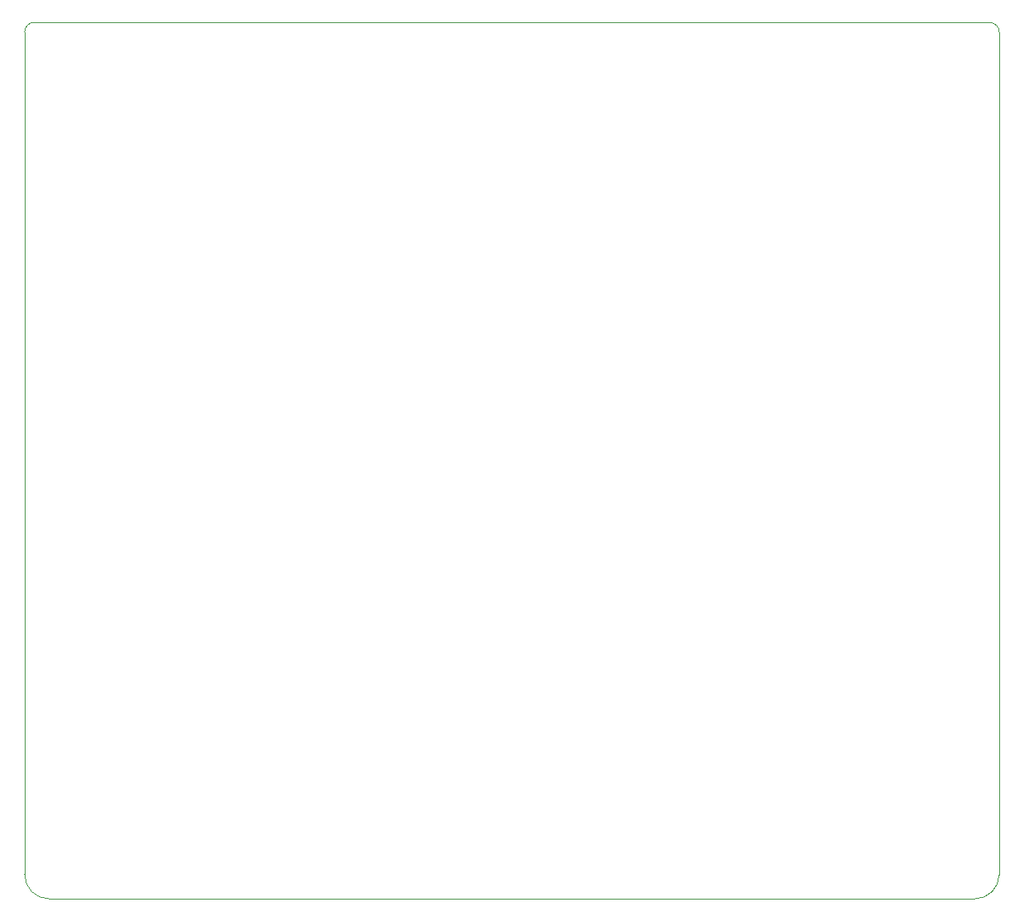
<source format=gm1>
G04 #@! TF.GenerationSoftware,KiCad,Pcbnew,9.0.1-rc2*
G04 #@! TF.CreationDate,2025-10-07T22:29:05-07:00*
G04 #@! TF.ProjectId,backlight,6261636b-6c69-4676-9874-2e6b69636164,rev?*
G04 #@! TF.SameCoordinates,Original*
G04 #@! TF.FileFunction,Profile,NP*
%FSLAX46Y46*%
G04 Gerber Fmt 4.6, Leading zero omitted, Abs format (unit mm)*
G04 Created by KiCad (PCBNEW 9.0.1-rc2) date 2025-10-07 22:29:05*
%MOMM*%
%LPD*%
G01*
G04 APERTURE LIST*
G04 #@! TA.AperFunction,Profile*
%ADD10C,0.050000*%
G04 #@! TD*
G04 APERTURE END LIST*
D10*
X181000000Y-58000000D02*
G75*
G02*
X182000000Y-59000000I0J-1000000D01*
G01*
X82000000Y-59000000D02*
G75*
G02*
X83000000Y-58000000I1000000J0D01*
G01*
X83000000Y-58000000D02*
X181000000Y-58000000D01*
X84500000Y-148000000D02*
G75*
G02*
X82000000Y-145500000I0J2500000D01*
G01*
X82000000Y-145500000D02*
X82000000Y-59000000D01*
X179500000Y-148000000D02*
X84500000Y-148000000D01*
X182000000Y-59000000D02*
X182000000Y-145500000D01*
X182000000Y-145500000D02*
G75*
G02*
X179500000Y-148000000I-2500000J0D01*
G01*
M02*

</source>
